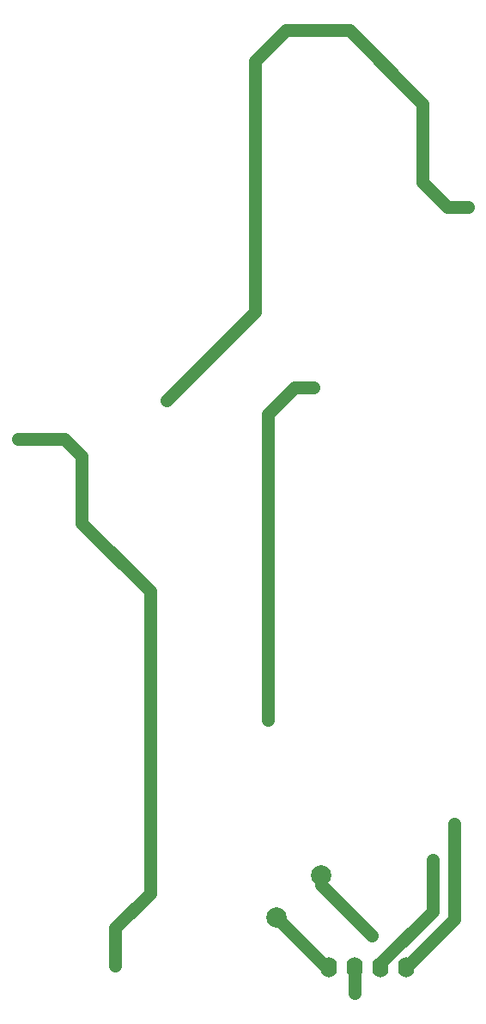
<source format=gbr>
%TF.GenerationSoftware,KiCad,Pcbnew,7.0.5-7.0.5~ubuntu20.04.1*%
%TF.CreationDate,2023-08-02T18:49:19-03:00*%
%TF.ProjectId,condicionamento_BIA_v02,636f6e64-6963-4696-9f6e-616d656e746f,v01*%
%TF.SameCoordinates,Original*%
%TF.FileFunction,Copper,L2,Bot*%
%TF.FilePolarity,Positive*%
%FSLAX46Y46*%
G04 Gerber Fmt 4.6, Leading zero omitted, Abs format (unit mm)*
G04 Created by KiCad (PCBNEW 7.0.5-7.0.5~ubuntu20.04.1) date 2023-08-02 18:49:19*
%MOMM*%
%LPD*%
G01*
G04 APERTURE LIST*
%TA.AperFunction,ComponentPad*%
%ADD10O,1.600000X2.000000*%
%TD*%
%TA.AperFunction,ViaPad*%
%ADD11C,2.000000*%
%TD*%
%TA.AperFunction,Conductor*%
%ADD12C,1.270000*%
%TD*%
G04 APERTURE END LIST*
D10*
%TO.P,OLED,1,GND*%
%TO.N,Earth*%
X163780000Y-146600000D03*
%TO.P,OLED,2,VCC*%
%TO.N,+5V*%
X166320000Y-146600000D03*
%TO.P,OLED,3,SCL*%
%TO.N,SCL1*%
X168860000Y-146600000D03*
%TO.P,OLED,4,SDA*%
%TO.N,SDA1*%
X171400000Y-146600000D03*
%TD*%
D11*
%TO.N,Earth*%
X158600000Y-141700000D03*
%TO.N,Net-(J6-Pin_1)*%
X163000000Y-137500000D03*
%TD*%
D12*
%TO.N,+5V*%
X166320000Y-146600000D02*
X166320000Y-149150000D01*
%TO.N,Earth*%
X163780000Y-146600000D02*
X163500000Y-146600000D01*
X163500000Y-146600000D02*
X158600000Y-141700000D01*
%TO.N,Amp_E1*%
X146100000Y-109500000D02*
X139400000Y-102800000D01*
X139400000Y-96200000D02*
X137700000Y-94500000D01*
X146100000Y-139300000D02*
X146100000Y-109500000D01*
X139400000Y-102800000D02*
X139400000Y-96200000D01*
X142700000Y-146400000D02*
X142700000Y-142700000D01*
X142700000Y-142700000D02*
X146100000Y-139300000D01*
X137700000Y-94500000D02*
X133100000Y-94500000D01*
%TO.N,Amp_E2*%
X156500000Y-82000000D02*
X156500000Y-57250000D01*
X175430000Y-71680000D02*
X173000000Y-69250000D01*
X173000000Y-61500000D02*
X173000000Y-69250000D01*
X159490000Y-54260000D02*
X165760000Y-54260000D01*
X165760000Y-54260000D02*
X173000000Y-61500000D01*
X177490000Y-71680000D02*
X175430000Y-71680000D01*
X147750000Y-90750000D02*
X156500000Y-82000000D01*
X156500000Y-57250000D02*
X159490000Y-54260000D01*
%TO.N,SCL1*%
X157744500Y-122210000D02*
X157744500Y-92093300D01*
X174000000Y-136000000D02*
X174000000Y-141063497D01*
X157744500Y-92093300D02*
X160377800Y-89460000D01*
X160377800Y-89460000D02*
X162250000Y-89460000D01*
X168860000Y-146203497D02*
X168860000Y-146600000D01*
X174000000Y-141063497D02*
X168860000Y-146203497D01*
%TO.N,SDA1*%
X176134500Y-141865500D02*
X171400000Y-146600000D01*
X176134500Y-138500000D02*
X176134500Y-141865500D01*
X176134500Y-138500000D02*
X176134500Y-132434500D01*
%TO.N,Net-(J6-Pin_1)*%
X163000000Y-138500000D02*
X163000000Y-137500000D01*
X168000000Y-143500000D02*
X163000000Y-138500000D01*
%TD*%
M02*

</source>
